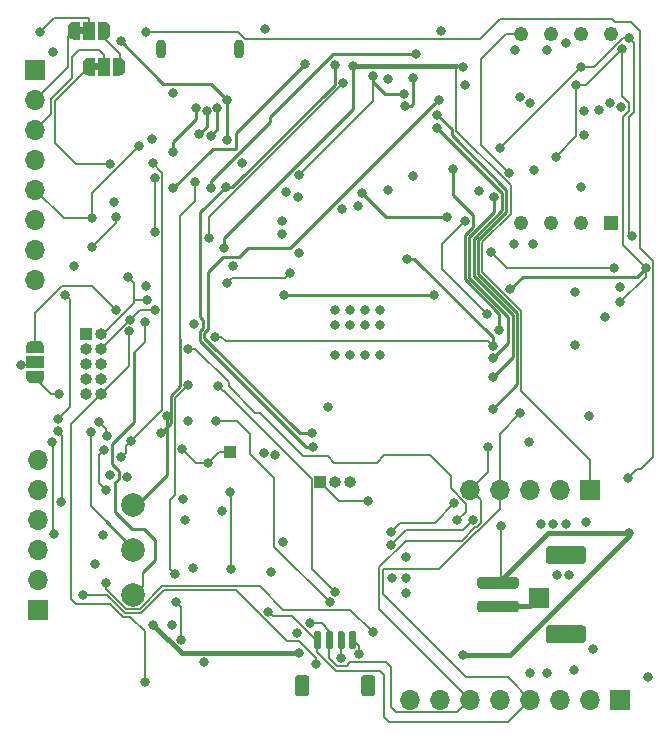
<source format=gbr>
G04 #@! TF.GenerationSoftware,KiCad,Pcbnew,(5.1.6)-1*
G04 #@! TF.CreationDate,2021-05-29T12:10:38-05:00*
G04 #@! TF.ProjectId,SapphineMinimal,53617070-6869-46e6-954d-696e696d616c,rev?*
G04 #@! TF.SameCoordinates,Original*
G04 #@! TF.FileFunction,Copper,L4,Bot*
G04 #@! TF.FilePolarity,Positive*
%FSLAX46Y46*%
G04 Gerber Fmt 4.6, Leading zero omitted, Abs format (unit mm)*
G04 Created by KiCad (PCBNEW (5.1.6)-1) date 2021-05-29 12:10:38*
%MOMM*%
%LPD*%
G01*
G04 APERTURE LIST*
G04 #@! TA.AperFunction,EtchedComponent*
%ADD10C,0.100000*%
G04 #@! TD*
G04 #@! TA.AperFunction,SMDPad,CuDef*
%ADD11R,1.500000X1.000000*%
G04 #@! TD*
G04 #@! TA.AperFunction,SMDPad,CuDef*
%ADD12C,0.100000*%
G04 #@! TD*
G04 #@! TA.AperFunction,ComponentPad*
%ADD13O,1.700000X1.700000*%
G04 #@! TD*
G04 #@! TA.AperFunction,ComponentPad*
%ADD14R,1.700000X1.700000*%
G04 #@! TD*
G04 #@! TA.AperFunction,ComponentPad*
%ADD15C,1.217000*%
G04 #@! TD*
G04 #@! TA.AperFunction,ComponentPad*
%ADD16R,1.217000X1.217000*%
G04 #@! TD*
G04 #@! TA.AperFunction,Conductor*
%ADD17R,1.680000X1.680000*%
G04 #@! TD*
G04 #@! TA.AperFunction,ViaPad*
%ADD18C,0.500000*%
G04 #@! TD*
G04 #@! TA.AperFunction,SMDPad,CuDef*
%ADD19R,1.000000X1.500000*%
G04 #@! TD*
G04 #@! TA.AperFunction,ComponentPad*
%ADD20O,1.000000X1.000000*%
G04 #@! TD*
G04 #@! TA.AperFunction,ComponentPad*
%ADD21R,1.000000X1.000000*%
G04 #@! TD*
G04 #@! TA.AperFunction,SMDPad,CuDef*
%ADD22C,2.000000*%
G04 #@! TD*
G04 #@! TA.AperFunction,ComponentPad*
%ADD23O,0.900000X1.600000*%
G04 #@! TD*
G04 #@! TA.AperFunction,ViaPad*
%ADD24C,0.800000*%
G04 #@! TD*
G04 #@! TA.AperFunction,Conductor*
%ADD25C,0.200660*%
G04 #@! TD*
G04 #@! TA.AperFunction,Conductor*
%ADD26C,0.381000*%
G04 #@! TD*
G04 #@! TA.AperFunction,Conductor*
%ADD27C,0.250000*%
G04 #@! TD*
G04 APERTURE END LIST*
D10*
G36*
X83682000Y-71166000D02*
G01*
X84182000Y-71166000D01*
X84182000Y-70566000D01*
X83682000Y-70566000D01*
X83682000Y-71166000D01*
G37*
G36*
X82412000Y-68118000D02*
G01*
X82912000Y-68118000D01*
X82912000Y-67518000D01*
X82412000Y-67518000D01*
X82412000Y-68118000D01*
G37*
D11*
X78740000Y-95885000D03*
G04 #@! TA.AperFunction,SMDPad,CuDef*
D12*
G36*
X77990602Y-94585000D02*
G01*
X77990602Y-94560466D01*
X77995412Y-94511635D01*
X78004984Y-94463510D01*
X78019228Y-94416555D01*
X78038005Y-94371222D01*
X78061136Y-94327949D01*
X78088396Y-94287150D01*
X78119524Y-94249221D01*
X78154221Y-94214524D01*
X78192150Y-94183396D01*
X78232949Y-94156136D01*
X78276222Y-94133005D01*
X78321555Y-94114228D01*
X78368510Y-94099984D01*
X78416635Y-94090412D01*
X78465466Y-94085602D01*
X78490000Y-94085602D01*
X78490000Y-94085000D01*
X78990000Y-94085000D01*
X78990000Y-94085602D01*
X79014534Y-94085602D01*
X79063365Y-94090412D01*
X79111490Y-94099984D01*
X79158445Y-94114228D01*
X79203778Y-94133005D01*
X79247051Y-94156136D01*
X79287850Y-94183396D01*
X79325779Y-94214524D01*
X79360476Y-94249221D01*
X79391604Y-94287150D01*
X79418864Y-94327949D01*
X79441995Y-94371222D01*
X79460772Y-94416555D01*
X79475016Y-94463510D01*
X79484588Y-94511635D01*
X79489398Y-94560466D01*
X79489398Y-94585000D01*
X79490000Y-94585000D01*
X79490000Y-95135000D01*
X77990000Y-95135000D01*
X77990000Y-94585000D01*
X77990602Y-94585000D01*
G37*
G04 #@! TD.AperFunction*
G04 #@! TA.AperFunction,SMDPad,CuDef*
G36*
X79490000Y-96635000D02*
G01*
X79490000Y-97185000D01*
X79489398Y-97185000D01*
X79489398Y-97209534D01*
X79484588Y-97258365D01*
X79475016Y-97306490D01*
X79460772Y-97353445D01*
X79441995Y-97398778D01*
X79418864Y-97442051D01*
X79391604Y-97482850D01*
X79360476Y-97520779D01*
X79325779Y-97555476D01*
X79287850Y-97586604D01*
X79247051Y-97613864D01*
X79203778Y-97636995D01*
X79158445Y-97655772D01*
X79111490Y-97670016D01*
X79063365Y-97679588D01*
X79014534Y-97684398D01*
X78990000Y-97684398D01*
X78990000Y-97685000D01*
X78490000Y-97685000D01*
X78490000Y-97684398D01*
X78465466Y-97684398D01*
X78416635Y-97679588D01*
X78368510Y-97670016D01*
X78321555Y-97655772D01*
X78276222Y-97636995D01*
X78232949Y-97613864D01*
X78192150Y-97586604D01*
X78154221Y-97555476D01*
X78119524Y-97520779D01*
X78088396Y-97482850D01*
X78061136Y-97442051D01*
X78038005Y-97398778D01*
X78019228Y-97353445D01*
X78004984Y-97306490D01*
X77995412Y-97258365D01*
X77990602Y-97209534D01*
X77990602Y-97185000D01*
X77990000Y-97185000D01*
X77990000Y-96635000D01*
X79490000Y-96635000D01*
G37*
G04 #@! TD.AperFunction*
D13*
X78994000Y-104140000D03*
X78994000Y-106680000D03*
X78994000Y-109220000D03*
X78994000Y-111760000D03*
X78994000Y-114300000D03*
D14*
X78994000Y-116840000D03*
D15*
X127508000Y-68074000D03*
X124968000Y-68074000D03*
X122428000Y-68074000D03*
X119888000Y-68074000D03*
X119888000Y-84074000D03*
X122428000Y-84074000D03*
X124968000Y-84074000D03*
D16*
X127508000Y-84074000D03*
D17*
X121412000Y-115824000D03*
D18*
X122002000Y-116414000D03*
X120822000Y-116414000D03*
X122002000Y-115234000D03*
X120822000Y-115234000D03*
G04 #@! TA.AperFunction,SMDPad,CuDef*
D12*
G36*
X83832000Y-71616000D02*
G01*
X83282000Y-71616000D01*
X83282000Y-71615398D01*
X83257466Y-71615398D01*
X83208635Y-71610588D01*
X83160510Y-71601016D01*
X83113555Y-71586772D01*
X83068222Y-71567995D01*
X83024949Y-71544864D01*
X82984150Y-71517604D01*
X82946221Y-71486476D01*
X82911524Y-71451779D01*
X82880396Y-71413850D01*
X82853136Y-71373051D01*
X82830005Y-71329778D01*
X82811228Y-71284445D01*
X82796984Y-71237490D01*
X82787412Y-71189365D01*
X82782602Y-71140534D01*
X82782602Y-71116000D01*
X82782000Y-71116000D01*
X82782000Y-70616000D01*
X82782602Y-70616000D01*
X82782602Y-70591466D01*
X82787412Y-70542635D01*
X82796984Y-70494510D01*
X82811228Y-70447555D01*
X82830005Y-70402222D01*
X82853136Y-70358949D01*
X82880396Y-70318150D01*
X82911524Y-70280221D01*
X82946221Y-70245524D01*
X82984150Y-70214396D01*
X83024949Y-70187136D01*
X83068222Y-70164005D01*
X83113555Y-70145228D01*
X83160510Y-70130984D01*
X83208635Y-70121412D01*
X83257466Y-70116602D01*
X83282000Y-70116602D01*
X83282000Y-70116000D01*
X83832000Y-70116000D01*
X83832000Y-71616000D01*
G37*
G04 #@! TD.AperFunction*
D19*
X84582000Y-70866000D03*
G04 #@! TA.AperFunction,SMDPad,CuDef*
D12*
G36*
X85882000Y-70116602D02*
G01*
X85906534Y-70116602D01*
X85955365Y-70121412D01*
X86003490Y-70130984D01*
X86050445Y-70145228D01*
X86095778Y-70164005D01*
X86139051Y-70187136D01*
X86179850Y-70214396D01*
X86217779Y-70245524D01*
X86252476Y-70280221D01*
X86283604Y-70318150D01*
X86310864Y-70358949D01*
X86333995Y-70402222D01*
X86352772Y-70447555D01*
X86367016Y-70494510D01*
X86376588Y-70542635D01*
X86381398Y-70591466D01*
X86381398Y-70616000D01*
X86382000Y-70616000D01*
X86382000Y-71116000D01*
X86381398Y-71116000D01*
X86381398Y-71140534D01*
X86376588Y-71189365D01*
X86367016Y-71237490D01*
X86352772Y-71284445D01*
X86333995Y-71329778D01*
X86310864Y-71373051D01*
X86283604Y-71413850D01*
X86252476Y-71451779D01*
X86217779Y-71486476D01*
X86179850Y-71517604D01*
X86139051Y-71544864D01*
X86095778Y-71567995D01*
X86050445Y-71586772D01*
X86003490Y-71601016D01*
X85955365Y-71610588D01*
X85906534Y-71615398D01*
X85882000Y-71615398D01*
X85882000Y-71616000D01*
X85332000Y-71616000D01*
X85332000Y-70116000D01*
X85882000Y-70116000D01*
X85882000Y-70116602D01*
G37*
G04 #@! TD.AperFunction*
D13*
X78740000Y-88900000D03*
X78740000Y-86360000D03*
X78740000Y-83820000D03*
X78740000Y-81280000D03*
X78740000Y-78740000D03*
X78740000Y-76200000D03*
X78740000Y-73660000D03*
D14*
X78740000Y-71120000D03*
D13*
X115570000Y-106680000D03*
X118110000Y-106680000D03*
X120650000Y-106680000D03*
X123190000Y-106680000D03*
D14*
X125730000Y-106680000D03*
G04 #@! TA.AperFunction,SMDPad,CuDef*
D12*
G36*
X82562000Y-68568000D02*
G01*
X82012000Y-68568000D01*
X82012000Y-68567398D01*
X81987466Y-68567398D01*
X81938635Y-68562588D01*
X81890510Y-68553016D01*
X81843555Y-68538772D01*
X81798222Y-68519995D01*
X81754949Y-68496864D01*
X81714150Y-68469604D01*
X81676221Y-68438476D01*
X81641524Y-68403779D01*
X81610396Y-68365850D01*
X81583136Y-68325051D01*
X81560005Y-68281778D01*
X81541228Y-68236445D01*
X81526984Y-68189490D01*
X81517412Y-68141365D01*
X81512602Y-68092534D01*
X81512602Y-68068000D01*
X81512000Y-68068000D01*
X81512000Y-67568000D01*
X81512602Y-67568000D01*
X81512602Y-67543466D01*
X81517412Y-67494635D01*
X81526984Y-67446510D01*
X81541228Y-67399555D01*
X81560005Y-67354222D01*
X81583136Y-67310949D01*
X81610396Y-67270150D01*
X81641524Y-67232221D01*
X81676221Y-67197524D01*
X81714150Y-67166396D01*
X81754949Y-67139136D01*
X81798222Y-67116005D01*
X81843555Y-67097228D01*
X81890510Y-67082984D01*
X81938635Y-67073412D01*
X81987466Y-67068602D01*
X82012000Y-67068602D01*
X82012000Y-67068000D01*
X82562000Y-67068000D01*
X82562000Y-68568000D01*
G37*
G04 #@! TD.AperFunction*
D19*
X83312000Y-67818000D03*
G04 #@! TA.AperFunction,SMDPad,CuDef*
D12*
G36*
X84612000Y-67068602D02*
G01*
X84636534Y-67068602D01*
X84685365Y-67073412D01*
X84733490Y-67082984D01*
X84780445Y-67097228D01*
X84825778Y-67116005D01*
X84869051Y-67139136D01*
X84909850Y-67166396D01*
X84947779Y-67197524D01*
X84982476Y-67232221D01*
X85013604Y-67270150D01*
X85040864Y-67310949D01*
X85063995Y-67354222D01*
X85082772Y-67399555D01*
X85097016Y-67446510D01*
X85106588Y-67494635D01*
X85111398Y-67543466D01*
X85111398Y-67568000D01*
X85112000Y-67568000D01*
X85112000Y-68068000D01*
X85111398Y-68068000D01*
X85111398Y-68092534D01*
X85106588Y-68141365D01*
X85097016Y-68189490D01*
X85082772Y-68236445D01*
X85063995Y-68281778D01*
X85040864Y-68325051D01*
X85013604Y-68365850D01*
X84982476Y-68403779D01*
X84947779Y-68438476D01*
X84909850Y-68469604D01*
X84869051Y-68496864D01*
X84825778Y-68519995D01*
X84780445Y-68538772D01*
X84733490Y-68553016D01*
X84685365Y-68562588D01*
X84636534Y-68567398D01*
X84612000Y-68567398D01*
X84612000Y-68568000D01*
X84062000Y-68568000D01*
X84062000Y-67068000D01*
X84612000Y-67068000D01*
X84612000Y-67068602D01*
G37*
G04 #@! TD.AperFunction*
G04 #@! TA.AperFunction,SMDPad,CuDef*
G36*
G01*
X101940000Y-122636999D02*
X101940000Y-123937001D01*
G75*
G02*
X101690001Y-124187000I-249999J0D01*
G01*
X100989999Y-124187000D01*
G75*
G02*
X100740000Y-123937001I0J249999D01*
G01*
X100740000Y-122636999D01*
G75*
G02*
X100989999Y-122387000I249999J0D01*
G01*
X101690001Y-122387000D01*
G75*
G02*
X101940000Y-122636999I0J-249999D01*
G01*
G37*
G04 #@! TD.AperFunction*
G04 #@! TA.AperFunction,SMDPad,CuDef*
G36*
G01*
X107540000Y-122636999D02*
X107540000Y-123937001D01*
G75*
G02*
X107290001Y-124187000I-249999J0D01*
G01*
X106589999Y-124187000D01*
G75*
G02*
X106340000Y-123937001I0J249999D01*
G01*
X106340000Y-122636999D01*
G75*
G02*
X106589999Y-122387000I249999J0D01*
G01*
X107290001Y-122387000D01*
G75*
G02*
X107540000Y-122636999I0J-249999D01*
G01*
G37*
G04 #@! TD.AperFunction*
G04 #@! TA.AperFunction,SMDPad,CuDef*
G36*
G01*
X102940000Y-118787000D02*
X102940000Y-120037000D01*
G75*
G02*
X102790000Y-120187000I-150000J0D01*
G01*
X102490000Y-120187000D01*
G75*
G02*
X102340000Y-120037000I0J150000D01*
G01*
X102340000Y-118787000D01*
G75*
G02*
X102490000Y-118637000I150000J0D01*
G01*
X102790000Y-118637000D01*
G75*
G02*
X102940000Y-118787000I0J-150000D01*
G01*
G37*
G04 #@! TD.AperFunction*
G04 #@! TA.AperFunction,SMDPad,CuDef*
G36*
G01*
X103940000Y-118787000D02*
X103940000Y-120037000D01*
G75*
G02*
X103790000Y-120187000I-150000J0D01*
G01*
X103490000Y-120187000D01*
G75*
G02*
X103340000Y-120037000I0J150000D01*
G01*
X103340000Y-118787000D01*
G75*
G02*
X103490000Y-118637000I150000J0D01*
G01*
X103790000Y-118637000D01*
G75*
G02*
X103940000Y-118787000I0J-150000D01*
G01*
G37*
G04 #@! TD.AperFunction*
G04 #@! TA.AperFunction,SMDPad,CuDef*
G36*
G01*
X104940000Y-118787000D02*
X104940000Y-120037000D01*
G75*
G02*
X104790000Y-120187000I-150000J0D01*
G01*
X104490000Y-120187000D01*
G75*
G02*
X104340000Y-120037000I0J150000D01*
G01*
X104340000Y-118787000D01*
G75*
G02*
X104490000Y-118637000I150000J0D01*
G01*
X104790000Y-118637000D01*
G75*
G02*
X104940000Y-118787000I0J-150000D01*
G01*
G37*
G04 #@! TD.AperFunction*
G04 #@! TA.AperFunction,SMDPad,CuDef*
G36*
G01*
X105940000Y-118787000D02*
X105940000Y-120037000D01*
G75*
G02*
X105790000Y-120187000I-150000J0D01*
G01*
X105490000Y-120187000D01*
G75*
G02*
X105340000Y-120037000I0J150000D01*
G01*
X105340000Y-118787000D01*
G75*
G02*
X105490000Y-118637000I150000J0D01*
G01*
X105790000Y-118637000D01*
G75*
G02*
X105940000Y-118787000I0J-150000D01*
G01*
G37*
G04 #@! TD.AperFunction*
D20*
X84328000Y-98552000D03*
X83058000Y-98552000D03*
X84328000Y-97282000D03*
X83058000Y-97282000D03*
X84328000Y-96012000D03*
X83058000Y-96012000D03*
X84328000Y-94742000D03*
X83058000Y-94742000D03*
X84328000Y-93472000D03*
D21*
X83058000Y-93472000D03*
D22*
X86995000Y-115570000D03*
D20*
X105410000Y-106045000D03*
X104140000Y-106045000D03*
D21*
X102870000Y-106045000D03*
D23*
X96010000Y-69342000D03*
X89410000Y-69342000D03*
D21*
X95250000Y-103505000D03*
D22*
X86995000Y-107950000D03*
X86995000Y-111760000D03*
D13*
X110490000Y-124460000D03*
X113030000Y-124460000D03*
X115570000Y-124460000D03*
X118110000Y-124460000D03*
X120650000Y-124460000D03*
X123190000Y-124460000D03*
X125730000Y-124460000D03*
D14*
X128270000Y-124460000D03*
G04 #@! TA.AperFunction,SMDPad,CuDef*
G36*
G01*
X122227000Y-118170000D02*
X125127000Y-118170000D01*
G75*
G02*
X125377000Y-118420000I0J-250000D01*
G01*
X125377000Y-119420000D01*
G75*
G02*
X125127000Y-119670000I-250000J0D01*
G01*
X122227000Y-119670000D01*
G75*
G02*
X121977000Y-119420000I0J250000D01*
G01*
X121977000Y-118420000D01*
G75*
G02*
X122227000Y-118170000I250000J0D01*
G01*
G37*
G04 #@! TD.AperFunction*
G04 #@! TA.AperFunction,SMDPad,CuDef*
G36*
G01*
X122227000Y-111470000D02*
X125127000Y-111470000D01*
G75*
G02*
X125377000Y-111720000I0J-250000D01*
G01*
X125377000Y-112720000D01*
G75*
G02*
X125127000Y-112970000I-250000J0D01*
G01*
X122227000Y-112970000D01*
G75*
G02*
X121977000Y-112720000I0J250000D01*
G01*
X121977000Y-111720000D01*
G75*
G02*
X122227000Y-111470000I250000J0D01*
G01*
G37*
G04 #@! TD.AperFunction*
G04 #@! TA.AperFunction,SMDPad,CuDef*
G36*
G01*
X116427000Y-116070000D02*
X119427000Y-116070000D01*
G75*
G02*
X119677000Y-116320000I0J-250000D01*
G01*
X119677000Y-116820000D01*
G75*
G02*
X119427000Y-117070000I-250000J0D01*
G01*
X116427000Y-117070000D01*
G75*
G02*
X116177000Y-116820000I0J250000D01*
G01*
X116177000Y-116320000D01*
G75*
G02*
X116427000Y-116070000I250000J0D01*
G01*
G37*
G04 #@! TD.AperFunction*
G04 #@! TA.AperFunction,SMDPad,CuDef*
G36*
G01*
X116427000Y-114070000D02*
X119427000Y-114070000D01*
G75*
G02*
X119677000Y-114320000I0J-250000D01*
G01*
X119677000Y-114820000D01*
G75*
G02*
X119427000Y-115070000I-250000J0D01*
G01*
X116427000Y-115070000D01*
G75*
G02*
X116177000Y-114820000I0J250000D01*
G01*
X116177000Y-114320000D01*
G75*
G02*
X116427000Y-114070000I250000J0D01*
G01*
G37*
G04 #@! TD.AperFunction*
D24*
X103505000Y-99695000D03*
X98171000Y-67691000D03*
X108585000Y-81280000D03*
X108624148Y-71948106D03*
X119319549Y-85912451D03*
X101092000Y-86614000D03*
X80264000Y-69596000D03*
X106044564Y-82649607D03*
X91694000Y-100838000D03*
X96266000Y-78994000D03*
X79121000Y-67945000D03*
X82042000Y-87757008D03*
X100000182Y-81458182D03*
X88092643Y-89444138D03*
X119380000Y-69469000D03*
X123952000Y-113919000D03*
X125233177Y-74586519D03*
X113081182Y-67815500D03*
X92204500Y-92644000D03*
X88643500Y-77024595D03*
X92075000Y-113345000D03*
X122936000Y-113919000D03*
X123698000Y-109601000D03*
X121539000Y-109601000D03*
X99631500Y-85026500D03*
X99631500Y-83947000D03*
X104140000Y-92710000D03*
X105410000Y-92710000D03*
X106680000Y-92710000D03*
X107950000Y-92710000D03*
X105410000Y-95250000D03*
X106680000Y-95250000D03*
X107950000Y-95250000D03*
X104140000Y-91440000D03*
X105410000Y-91440000D03*
X107950000Y-91440000D03*
X84455000Y-110490000D03*
X85090000Y-105410000D03*
X86541331Y-105606418D03*
X123698000Y-68834000D03*
X90358000Y-118178502D03*
X106680000Y-91440000D03*
X104140000Y-95250004D03*
X122558067Y-109571830D03*
X119761000Y-73406000D03*
X120650000Y-73914000D03*
X106150601Y-120584000D03*
X124460000Y-94436818D03*
X127000000Y-92075000D03*
X124460000Y-89916000D03*
X90435633Y-73079386D03*
X110744000Y-80137000D03*
X100965000Y-81915000D03*
X127400111Y-73906071D03*
X98679000Y-113665000D03*
X100867172Y-118788988D03*
X99083395Y-103725142D03*
X130618660Y-122555000D03*
X122047000Y-122174000D03*
X94580262Y-108524000D03*
X83806025Y-112964000D03*
X125984000Y-120142000D03*
X94996000Y-73660000D03*
X94996000Y-77075000D03*
X85981839Y-68709839D03*
X124968000Y-81026000D03*
X120904000Y-85852000D03*
X104734486Y-82890486D03*
X120964731Y-79634307D03*
X85413612Y-82353388D03*
X95526414Y-87737011D03*
X122047000Y-69469000D03*
X125232517Y-76653985D03*
X104648000Y-120904000D03*
X93071324Y-121313510D03*
X125603000Y-100457000D03*
X99695000Y-111125000D03*
X110109000Y-112395000D03*
X110109000Y-114173000D03*
X108966000Y-114173000D03*
X110109000Y-115443000D03*
X128331660Y-74295000D03*
X98100000Y-103540000D03*
X120650000Y-122176991D03*
X91216296Y-107435537D03*
X91427973Y-109285340D03*
X115090350Y-72422744D03*
X116300593Y-81427198D03*
X124320229Y-121938007D03*
X92634851Y-76591627D03*
X93267519Y-74612515D03*
X90416340Y-78112612D03*
X92385718Y-74326546D03*
X93609637Y-76713059D03*
X94163068Y-74373049D03*
X81280000Y-90170000D03*
X80645000Y-100711000D03*
X86995000Y-115570000D03*
X88044458Y-92470383D03*
X80137000Y-102679500D03*
X80355656Y-110456463D03*
X86995000Y-111760000D03*
X83468191Y-101802729D03*
X80645000Y-101727000D03*
X80891340Y-107721500D03*
X89420146Y-101841862D03*
X106426000Y-81534000D03*
X113592847Y-83573475D03*
X86995000Y-107950000D03*
X92257840Y-80642342D03*
X89923660Y-100435287D03*
X94234000Y-97917000D03*
X104083784Y-115353045D03*
X102489000Y-121475500D03*
X82804000Y-115633500D03*
X107315000Y-118745000D03*
X84769876Y-114561660D03*
X94043500Y-100838000D03*
X103695500Y-116194821D03*
X117474999Y-95536056D03*
X118871370Y-79884177D03*
X117607606Y-81894291D03*
X129032000Y-110363000D03*
X91694000Y-94742000D03*
X118173500Y-109728000D03*
X114483977Y-109290023D03*
X114935000Y-120650000D03*
X102217881Y-101911584D03*
X112902998Y-73660000D03*
X110980594Y-69764749D03*
X93664705Y-81145340D03*
X110029964Y-74177877D03*
X110735799Y-71835333D03*
X118022007Y-93172491D03*
X114109500Y-79502000D03*
X83566000Y-83693000D03*
X87503000Y-77597000D03*
X117475002Y-97154988D03*
X110008316Y-73178099D03*
X112776000Y-76072998D03*
X107333749Y-71619520D03*
X101092000Y-80010000D03*
X88870020Y-80254476D03*
X88870014Y-84836000D03*
X117474990Y-99822000D03*
X112780664Y-74925345D03*
X104775000Y-72263000D03*
X93472000Y-85344000D03*
X104083200Y-70689991D03*
X102241168Y-103059874D03*
X94869001Y-81026000D03*
X101600000Y-70612000D03*
X90416340Y-81179853D03*
X117474992Y-94536045D03*
X110236000Y-87122000D03*
X88011000Y-122936000D03*
X93946271Y-93759728D03*
X86684936Y-93272257D03*
X100330000Y-88355010D03*
X94996000Y-89154000D03*
X88870014Y-91480295D03*
X85598000Y-91440000D03*
X86741000Y-92329000D03*
X88233311Y-90599900D03*
X86614000Y-88646000D03*
X116967000Y-91821000D03*
X115132411Y-83953714D03*
X112522000Y-90170000D03*
X99822000Y-90170000D03*
X95313500Y-113418660D03*
X95235600Y-106867989D03*
X106898994Y-107602199D03*
X93345000Y-104457500D03*
X84582000Y-103314500D03*
X84765912Y-106719390D03*
X91178340Y-103251000D03*
X101092000Y-120523000D03*
X88748784Y-118104842D03*
X77514000Y-96139000D03*
X125349000Y-109410500D03*
X108839000Y-111379000D03*
X115824000Y-109212340D03*
X126492000Y-74549000D03*
X85090000Y-79121000D03*
X83566000Y-86106000D03*
X85598000Y-83566000D03*
X91694000Y-97790000D03*
X90678000Y-116205000D03*
X90551000Y-113792000D03*
X91115508Y-119370371D03*
X120523000Y-102616000D03*
X128270000Y-90805000D03*
X118981133Y-89700578D03*
X117094000Y-103106990D03*
X124532177Y-72455603D03*
X122809000Y-78486000D03*
X130429000Y-87884000D03*
X101981000Y-117983000D03*
X128442225Y-69372040D03*
X127762000Y-87883996D03*
X128270000Y-89535000D03*
X119822660Y-100231145D03*
X118110000Y-77724000D03*
X124968000Y-70866000D03*
X129032000Y-68453000D03*
X98467098Y-117001486D03*
X129286000Y-85217000D03*
X117340340Y-86525445D03*
X88138000Y-67945000D03*
X128905000Y-105664000D03*
X108839000Y-110236000D03*
X114234917Y-107790868D03*
X105664000Y-70829010D03*
X94742016Y-86233000D03*
X88678625Y-79031781D03*
X114935000Y-70866000D03*
X86042500Y-103941840D03*
X80772000Y-98552000D03*
X86841248Y-102589248D03*
X84836000Y-102108000D03*
X84145360Y-100988906D03*
D25*
X80299000Y-66767000D02*
X79121000Y-67945000D01*
X83211660Y-66767000D02*
X80299000Y-66767000D01*
X83312000Y-67818000D02*
X83312000Y-66867340D01*
X83312000Y-66867340D02*
X83211660Y-66767000D01*
D26*
X120666000Y-116570000D02*
X121412000Y-115824000D01*
X117927000Y-116570000D02*
X120666000Y-116570000D01*
D25*
X105640000Y-119412000D02*
X106150601Y-119922601D01*
X106150601Y-119922601D02*
X106150601Y-120584000D01*
D27*
X94996000Y-73660000D02*
X94996000Y-77075000D01*
X94996000Y-73660000D02*
X93635339Y-72299339D01*
X89571339Y-72299339D02*
X85981839Y-68709839D01*
X93635339Y-72299339D02*
X89571339Y-72299339D01*
D25*
X104640000Y-119412000D02*
X104640000Y-120896000D01*
X104640000Y-120896000D02*
X104648000Y-120904000D01*
D27*
X89283000Y-69215000D02*
X89410000Y-69342000D01*
X93267519Y-75958959D02*
X93267519Y-74612515D01*
X92634851Y-76591627D02*
X93267519Y-75958959D01*
X90416340Y-78112612D02*
X90416340Y-77236519D01*
X92385718Y-75267141D02*
X92385718Y-74326546D01*
X90416340Y-77236519D02*
X92385718Y-75267141D01*
X93609637Y-76713059D02*
X94163068Y-76159628D01*
X94163068Y-76159628D02*
X94163068Y-74373049D01*
D25*
X87122000Y-115570000D02*
X87122000Y-115570000D01*
X87876614Y-114815388D02*
X87122002Y-115570000D01*
X87876614Y-113665000D02*
X87876614Y-114815388D01*
X88044458Y-94198212D02*
X87122000Y-95120670D01*
X88044458Y-92470383D02*
X88044458Y-94198212D01*
X81280000Y-90170000D02*
X81679999Y-90569999D01*
X81679999Y-99676001D02*
X80645000Y-100711000D01*
X81679999Y-90569999D02*
X81679999Y-99676001D01*
D27*
X87944401Y-109984988D02*
X88897012Y-110937599D01*
X85508332Y-108551334D02*
X86941986Y-109984988D01*
X85815661Y-105061682D02*
X85815661Y-105758318D01*
X88897012Y-112644602D02*
X87876614Y-113665000D01*
X88897012Y-110937599D02*
X88897012Y-112644602D01*
X85508332Y-106065647D02*
X85508332Y-108551334D01*
X85234001Y-102801963D02*
X85234001Y-104480022D01*
X86941986Y-109984988D02*
X87944401Y-109984988D01*
X85815661Y-105758318D02*
X85508332Y-106065647D01*
X87122000Y-95120670D02*
X87122000Y-100913964D01*
X87122000Y-100913964D02*
X85234001Y-102801963D01*
X85234001Y-104480022D02*
X85815661Y-105061682D01*
D25*
X80137000Y-102679500D02*
X80264000Y-102806500D01*
X80264000Y-110364807D02*
X80355656Y-110456463D01*
X80264000Y-102806500D02*
X80264000Y-110364807D01*
D27*
X87122000Y-111760000D02*
X87122000Y-111760000D01*
X87122000Y-111760000D02*
X84702609Y-109340609D01*
D25*
X86995000Y-111633000D02*
X87122000Y-111760000D01*
X87122000Y-111760000D02*
X83468191Y-108106191D01*
X83468191Y-102368414D02*
X83468191Y-101802729D01*
X83468191Y-108106191D02*
X83468191Y-102368414D01*
X81044999Y-102126999D02*
X81044999Y-107567841D01*
X81044999Y-107567841D02*
X80891340Y-107721500D01*
X80645000Y-101727000D02*
X81044999Y-102126999D01*
D27*
X87122000Y-108204000D02*
X87122000Y-108204000D01*
X108465475Y-83573475D02*
X113592847Y-83573475D01*
X106426000Y-81534000D02*
X108465475Y-83573475D01*
D25*
X91040001Y-83484498D02*
X92257840Y-82266659D01*
X92257840Y-82266659D02*
X92257840Y-80642342D01*
X91040001Y-93891980D02*
X91040001Y-83484498D01*
D27*
X91040001Y-93891980D02*
X91040001Y-97945715D01*
X89923660Y-105402340D02*
X89923660Y-101000972D01*
X90198659Y-101063349D02*
X89420146Y-101841862D01*
X91040001Y-97945715D02*
X90198659Y-98787056D01*
X87122000Y-108204000D02*
X89923660Y-105402340D01*
X89923660Y-101000972D02*
X89923660Y-100435287D01*
X90198659Y-98787056D02*
X90198659Y-101063349D01*
D25*
X94703924Y-98316999D02*
X102142669Y-105755744D01*
X102142669Y-105755744D02*
X102142669Y-113411930D01*
X102142669Y-113411930D02*
X104083784Y-115353045D01*
X94633999Y-98316999D02*
X94703924Y-98316999D01*
X94234000Y-97917000D02*
X94633999Y-98316999D01*
X100027139Y-119489979D02*
X95726160Y-115189000D01*
X89655847Y-115189000D02*
X87719845Y-117125002D01*
X102489000Y-121475500D02*
X102489000Y-120909815D01*
X86304137Y-117125001D02*
X84812636Y-115633500D01*
X95726160Y-115189000D02*
X89655847Y-115189000D01*
X87719845Y-117125002D02*
X86304137Y-117125001D01*
X101069164Y-119489979D02*
X100027139Y-119489979D01*
X84812636Y-115633500D02*
X82804000Y-115633500D01*
X102489000Y-120909815D02*
X101069164Y-119489979D01*
X86439862Y-116797331D02*
X84769876Y-115127345D01*
X84769876Y-115127345D02*
X84769876Y-114561660D01*
X87584120Y-116797331D02*
X86439862Y-116797331D01*
X105399829Y-116829829D02*
X99740388Y-116829829D01*
X89520121Y-114861330D02*
X87584120Y-116797331D01*
X97771889Y-114861330D02*
X89520121Y-114861330D01*
X99740388Y-116829829D02*
X97771889Y-114861330D01*
X107315000Y-118745000D02*
X105399829Y-116829829D01*
X95798000Y-100838000D02*
X94043500Y-100838000D01*
X98994669Y-105734669D02*
X96900000Y-103640000D01*
X103695500Y-116194821D02*
X98994669Y-111493990D01*
X96900000Y-103640000D02*
X96900000Y-101940000D01*
X98994669Y-111493990D02*
X98994669Y-105734669D01*
X96900000Y-101940000D02*
X95798000Y-100838000D01*
X118616000Y-68074000D02*
X116459000Y-70231000D01*
X116459000Y-70231000D02*
X116459000Y-77471807D01*
X116459000Y-77471807D02*
X118871370Y-79884177D01*
X119888000Y-68074000D02*
X118616000Y-68074000D01*
D27*
X118781637Y-94229418D02*
X118781637Y-92025270D01*
X117474999Y-95536056D02*
X118781637Y-94229418D01*
X117607606Y-83138764D02*
X117607606Y-81894291D01*
X115479637Y-85266733D02*
X117607606Y-83138764D01*
X115479637Y-88723270D02*
X115479637Y-85266733D01*
X118781637Y-92025270D02*
X115479637Y-88723270D01*
D25*
X118173500Y-114323500D02*
X117927000Y-114570000D01*
X118173500Y-109728000D02*
X118173500Y-114323500D01*
D26*
X117927000Y-114570000D02*
X122134000Y-110363000D01*
X129002839Y-110392161D02*
X129032000Y-110363000D01*
X123318242Y-110392161D02*
X129002839Y-110392161D01*
X123289081Y-110363000D02*
X123318242Y-110392161D01*
X122134000Y-110363000D02*
X123289081Y-110363000D01*
D25*
X115236122Y-107882270D02*
X115236122Y-108537878D01*
X112141000Y-103759000D02*
X113919000Y-105537000D01*
X113919000Y-105537000D02*
X113919000Y-106565148D01*
X95115331Y-97935039D02*
X97362951Y-100182659D01*
X91694000Y-94742000D02*
X92259685Y-94742000D01*
X97362951Y-100182659D02*
X97743952Y-100182660D01*
X103511210Y-103828710D02*
X104076500Y-104394000D01*
X115236122Y-108537878D02*
X114483977Y-109290023D01*
X95115331Y-97597646D02*
X95115331Y-97935039D01*
X104076500Y-104394000D02*
X107653211Y-104394000D01*
X92259685Y-94742000D02*
X95115331Y-97597646D01*
X113919000Y-106565148D02*
X115236122Y-107882270D01*
X97743952Y-100182660D02*
X101390002Y-103828710D01*
X108288211Y-103759000D02*
X112141000Y-103759000D01*
X101390002Y-103828710D02*
X103511210Y-103828710D01*
X107653211Y-104394000D02*
X108288211Y-103759000D01*
D26*
X129032000Y-110588090D02*
X129032000Y-110363000D01*
X118970090Y-120650000D02*
X129032000Y-110588090D01*
X114935000Y-120650000D02*
X118970090Y-120650000D01*
D27*
X93073999Y-93809539D02*
X93073999Y-93447726D01*
X101176044Y-101911584D02*
X93073999Y-93809539D01*
X102217881Y-101911584D02*
X101176044Y-101911584D01*
X93073999Y-93447726D02*
X93414011Y-93107714D01*
X112502999Y-74059999D02*
X112902998Y-73660000D01*
X94639959Y-87012001D02*
X96029001Y-87012001D01*
X96029001Y-87012001D02*
X96791001Y-86250001D01*
X100312997Y-86250001D02*
X112502999Y-74059999D01*
X96791001Y-86250001D02*
X100312997Y-86250001D01*
X93414011Y-93107714D02*
X93414011Y-88237949D01*
X93414011Y-88237949D02*
X94639959Y-87012001D01*
X98595295Y-75590726D02*
X93664705Y-80521316D01*
X93664705Y-80521316D02*
X93664705Y-81145340D01*
X98595295Y-75140705D02*
X98595295Y-75590726D01*
X110980594Y-69764749D02*
X103971251Y-69764749D01*
X103971251Y-69764749D02*
X98595295Y-75140705D01*
X110595649Y-74177877D02*
X110029964Y-74177877D01*
X110735799Y-71835333D02*
X110735799Y-74037727D01*
X110735799Y-74037727D02*
X110595649Y-74177877D01*
D25*
X78740000Y-81280000D02*
X81153000Y-83693000D01*
X81153000Y-83693000D02*
X83566000Y-83693000D01*
X83566000Y-83693000D02*
X83566000Y-81534000D01*
X83566000Y-81534000D02*
X87503000Y-77597000D01*
D27*
X114109500Y-81747836D02*
X114109500Y-79502000D01*
X118022007Y-93172491D02*
X118022007Y-91798813D01*
X115784421Y-83422757D02*
X114109500Y-81747836D01*
X118022007Y-91798813D02*
X115102626Y-88879433D01*
X115784421Y-84428774D02*
X115784421Y-83422757D01*
X115102626Y-85110567D02*
X115784421Y-84428774D01*
X115102626Y-88879433D02*
X115102626Y-85110567D01*
X110008316Y-73178099D02*
X108326643Y-73178099D01*
X107333749Y-72185205D02*
X107333749Y-71619520D01*
X108326643Y-73178099D02*
X107333749Y-72185205D01*
D25*
X107333749Y-71619520D02*
X107333749Y-73768251D01*
X107333749Y-73768251D02*
X101092000Y-80010000D01*
X88870020Y-80254476D02*
X88870020Y-84835994D01*
X88870020Y-84835994D02*
X88870014Y-84836000D01*
D27*
X119158648Y-91869107D02*
X115856648Y-88567107D01*
X118259616Y-81556614D02*
X112776000Y-76072998D01*
X118259616Y-83019927D02*
X118259616Y-81556614D01*
X117475002Y-97154988D02*
X119158648Y-95471342D01*
X115856648Y-85422893D02*
X118259616Y-83019927D01*
X115856648Y-88567107D02*
X115856648Y-85422893D01*
X119158648Y-95471342D02*
X119158648Y-91869107D01*
D25*
X104775000Y-72263000D02*
X93472000Y-83566000D01*
X93472000Y-83566000D02*
X93472000Y-85344000D01*
D27*
X119535659Y-91712945D02*
X116233659Y-88410944D01*
X119535659Y-97761331D02*
X119535659Y-91712945D01*
X116233659Y-85579056D02*
X118636627Y-83176089D01*
X118636627Y-83176089D02*
X118636627Y-81288912D01*
X118636627Y-81288912D02*
X114037669Y-76689954D01*
X114037669Y-76689954D02*
X114037669Y-76182350D01*
X116233659Y-88410944D02*
X116233659Y-85579056D01*
X114037669Y-76182350D02*
X112780664Y-74925345D01*
X117474990Y-99822000D02*
X119535659Y-97761331D01*
X92696988Y-94081379D02*
X92696988Y-93225491D01*
X92696988Y-92062509D02*
X92696988Y-83198013D01*
X92696988Y-83198013D02*
X94869001Y-81026000D01*
X104083200Y-70689991D02*
X104083200Y-72384083D01*
X92696988Y-93225491D02*
X92930161Y-92992318D01*
X92930161Y-92992318D02*
X92930161Y-92295682D01*
X104083200Y-72384083D02*
X95441283Y-81026000D01*
X95441283Y-81026000D02*
X94869001Y-81026000D01*
X92930161Y-92295682D02*
X92696988Y-92062509D01*
X102241168Y-103059874D02*
X101675483Y-103059874D01*
X101675483Y-103059874D02*
X92696988Y-94081379D01*
X93777865Y-77818328D02*
X90416340Y-81179853D01*
X95731282Y-76480718D02*
X95731282Y-77818328D01*
X95731282Y-77818328D02*
X93777865Y-77818328D01*
X101600000Y-70612000D02*
X95731282Y-76480718D01*
X110801685Y-87122000D02*
X110236000Y-87122000D01*
X117474992Y-94536045D02*
X117474992Y-93795307D01*
X117474992Y-93795307D02*
X110801685Y-87122000D01*
D25*
X88011000Y-122370315D02*
X88011000Y-122936000D01*
X86168413Y-117452671D02*
X86782172Y-117452672D01*
X86782172Y-117452672D02*
X88011000Y-118681500D01*
X85047740Y-116332000D02*
X86168413Y-117452671D01*
X84328000Y-98552000D02*
X81795668Y-101084332D01*
X81795668Y-101084332D02*
X81795668Y-115934620D01*
X81795668Y-115934620D02*
X82193048Y-116332000D01*
X82193048Y-116332000D02*
X85047740Y-116332000D01*
X88011000Y-118681500D02*
X88011000Y-122370315D01*
X94511956Y-93759728D02*
X93946271Y-93759728D01*
X117074993Y-94136046D02*
X94888274Y-94136046D01*
X94888274Y-94136046D02*
X94511956Y-93759728D01*
X117474992Y-94536045D02*
X117074993Y-94136046D01*
X84328000Y-98552000D02*
X86684936Y-96195064D01*
X86684936Y-96195064D02*
X86684936Y-93272257D01*
X95394991Y-88755009D02*
X94996000Y-89154000D01*
X100330000Y-88355010D02*
X99930001Y-88755009D01*
X99930001Y-88755009D02*
X95394991Y-88755009D01*
X78740000Y-94585000D02*
X78740000Y-91694000D01*
X78740000Y-91694000D02*
X81026000Y-89408000D01*
X81026000Y-89408000D02*
X83566000Y-89408000D01*
X83566000Y-89408000D02*
X85598000Y-91440000D01*
X84328000Y-94742000D02*
X87589705Y-91480295D01*
X87589705Y-91480295D02*
X88870014Y-91480295D01*
X87154129Y-90645871D02*
X88187340Y-90645871D01*
X88187340Y-90645871D02*
X88233311Y-90599900D01*
X87122000Y-89154000D02*
X87122000Y-90678000D01*
X86614000Y-88646000D02*
X87122000Y-89154000D01*
X87122000Y-90678000D02*
X87154129Y-90645871D01*
X84328000Y-93472000D02*
X84494452Y-93472000D01*
X87122000Y-90844452D02*
X87122000Y-90678000D01*
X84494452Y-93472000D02*
X87122000Y-90844452D01*
X113168117Y-88022117D02*
X113168117Y-85918008D01*
X113168117Y-85918008D02*
X115132411Y-83953714D01*
X116967000Y-91821000D02*
X113168117Y-88022117D01*
D27*
X112522000Y-90170000D02*
X99822000Y-90170000D01*
D25*
X95313500Y-113418660D02*
X95313500Y-106945889D01*
X95313500Y-106945889D02*
X95235600Y-106867989D01*
X102870000Y-106045000D02*
X104427199Y-107602199D01*
X104427199Y-107602199D02*
X106898994Y-107602199D01*
X94297500Y-103505000D02*
X95250000Y-103505000D01*
X93345000Y-104457500D02*
X94297500Y-103505000D01*
X84182001Y-106135479D02*
X84765912Y-106719390D01*
X84182001Y-103714499D02*
X84182001Y-106135479D01*
X84582000Y-103314500D02*
X84182001Y-103714499D01*
X93345000Y-104457500D02*
X92384840Y-104457500D01*
X92384840Y-104457500D02*
X91178340Y-103251000D01*
D26*
X101092000Y-120523000D02*
X91166942Y-120523000D01*
X91166942Y-120523000D02*
X88748784Y-118104842D01*
D25*
X78486000Y-96139000D02*
X78740000Y-95885000D01*
X77514000Y-96139000D02*
X78486000Y-96139000D01*
X108839000Y-111379000D02*
X110109000Y-110109000D01*
X110109000Y-110109000D02*
X114927340Y-110109000D01*
X114927340Y-110109000D02*
X115824000Y-109212340D01*
X82423000Y-69469000D02*
X84135660Y-69469000D01*
X78740000Y-76200000D02*
X80063330Y-74876670D01*
X80063330Y-74876670D02*
X80063330Y-73621274D01*
X84135660Y-69469000D02*
X84582000Y-69915340D01*
X84582000Y-69915340D02*
X84582000Y-70866000D01*
X81871264Y-70020736D02*
X82423000Y-69469000D01*
X81871264Y-71813340D02*
X81871264Y-70020736D01*
X80063330Y-73621274D02*
X81871264Y-71813340D01*
X81543593Y-70856407D02*
X78740000Y-73660000D01*
X82012000Y-67818000D02*
X81543593Y-68286407D01*
X81543593Y-68286407D02*
X81543593Y-70856407D01*
X85882000Y-69835592D02*
X85882000Y-70866000D01*
X84612000Y-68565592D02*
X85882000Y-69835592D01*
X84612000Y-67818000D02*
X84612000Y-68565592D01*
X85090000Y-79121000D02*
X82169000Y-79121000D01*
X82169000Y-79121000D02*
X80391000Y-77343000D01*
X80391000Y-73757000D02*
X83282000Y-70866000D01*
X80391000Y-77343000D02*
X80391000Y-73757000D01*
X85598000Y-84074000D02*
X85598000Y-83566000D01*
X83566000Y-86106000D02*
X85598000Y-84074000D01*
X91115508Y-116642508D02*
X91115508Y-119370371D01*
X90678000Y-116205000D02*
X91115508Y-116642508D01*
X91694000Y-97790000D02*
X90551000Y-98933000D01*
X90151001Y-113392001D02*
X90551000Y-113792000D01*
X90151001Y-107556335D02*
X90151001Y-113392001D01*
X90551000Y-107156336D02*
X90151001Y-107556335D01*
X90551000Y-98933000D02*
X90551000Y-107156336D01*
X117094000Y-105156000D02*
X117094000Y-103106990D01*
X115570000Y-106680000D02*
X117094000Y-105156000D01*
X124532177Y-76762823D02*
X122809000Y-78486000D01*
X124532177Y-72455603D02*
X124532177Y-76762823D01*
X103640000Y-119412000D02*
X103640000Y-120932492D01*
X105111160Y-121604332D02*
X105342493Y-121372999D01*
X104311840Y-121604332D02*
X105111160Y-121604332D01*
X103640000Y-120932492D02*
X104311840Y-121604332D01*
X114492669Y-125537331D02*
X109281331Y-125537331D01*
X115570000Y-124460000D02*
X114492669Y-125537331D01*
X109281331Y-125537331D02*
X108839000Y-125095000D01*
X108839000Y-125095000D02*
X108839000Y-121666000D01*
X108839000Y-121666000D02*
X108458000Y-121285000D01*
X108458000Y-121285000D02*
X105410000Y-121285000D01*
X105410000Y-121305492D02*
X105111160Y-121604332D01*
X105410000Y-121285000D02*
X105410000Y-121305492D01*
X130429000Y-88646000D02*
X130429000Y-87884000D01*
D27*
X129667000Y-88646000D02*
X130429000Y-87884000D01*
X120035711Y-88646000D02*
X129667000Y-88646000D01*
X118981133Y-89700578D02*
X120035711Y-88646000D01*
D25*
X130563660Y-87884000D02*
X130429000Y-87884000D01*
X128270000Y-90805000D02*
X130429000Y-88646000D01*
X103640000Y-118637000D02*
X102986000Y-117983000D01*
X102986000Y-117983000D02*
X101981000Y-117983000D01*
X103640000Y-119412000D02*
X103640000Y-118637000D01*
X129031991Y-73958840D02*
X128442225Y-73369074D01*
X129031991Y-74631160D02*
X129031991Y-73958840D01*
X128511998Y-85966998D02*
X128511998Y-75151153D01*
X130429000Y-87884000D02*
X128511998Y-85966998D01*
X125358662Y-72455603D02*
X128442225Y-69372040D01*
X128511998Y-75151153D02*
X129031991Y-74631160D01*
X124532177Y-72455603D02*
X125358662Y-72455603D01*
X128442225Y-73369074D02*
X128442225Y-69372040D01*
X116005780Y-109839672D02*
X114847452Y-110998000D01*
X114847452Y-110998000D02*
X110148451Y-110998000D01*
X110148451Y-110998000D02*
X107876329Y-113270122D01*
X107876329Y-113270122D02*
X107876329Y-116766329D01*
X114720001Y-123610001D02*
X115570000Y-124460000D01*
X116451332Y-107561332D02*
X116451332Y-109513460D01*
X107876329Y-116766329D02*
X114720001Y-123610001D01*
X116125120Y-109839672D02*
X116005780Y-109839672D01*
X116451332Y-109513460D02*
X116125120Y-109839672D01*
X115570000Y-106680000D02*
X116451332Y-107561332D01*
X127432925Y-87883996D02*
X127762000Y-87883996D01*
X118110000Y-106680000D02*
X118110000Y-101943805D01*
X118110000Y-101943805D02*
X119822660Y-100231145D01*
X124968000Y-70866000D02*
X118110000Y-77724000D01*
X119800001Y-125309999D02*
X120650000Y-124460000D01*
X118745000Y-126365000D02*
X119800001Y-125309999D01*
X108712000Y-126365000D02*
X118745000Y-126365000D01*
X108277671Y-125930671D02*
X108712000Y-126365000D01*
X102640000Y-119412000D02*
X102640000Y-120395888D01*
X108277671Y-122374671D02*
X108277671Y-125930671D01*
X102640000Y-120395888D02*
X104237783Y-121993671D01*
X104237783Y-121993671D02*
X107896671Y-121993671D01*
X107896671Y-121993671D02*
X108277671Y-122374671D01*
X100471033Y-117401485D02*
X98867097Y-117401485D01*
X102481548Y-119412000D02*
X100471033Y-117401485D01*
X98867097Y-117401485D02*
X98467098Y-117001486D01*
X102640000Y-119412000D02*
X102481548Y-119412000D01*
X129032000Y-84963000D02*
X129286000Y-85217000D01*
X129431999Y-68852999D02*
X129431999Y-74694548D01*
X129032000Y-68453000D02*
X129431999Y-68852999D01*
X124968000Y-70866000D02*
X126061071Y-70866000D01*
X128474071Y-68453000D02*
X129032000Y-68453000D01*
X129032000Y-75094547D02*
X129032000Y-84963000D01*
X129431999Y-74694548D02*
X129032000Y-75094547D01*
X126061071Y-70866000D02*
X128474071Y-68453000D01*
X115248492Y-122555000D02*
X118745000Y-122555000D01*
X116260845Y-110167343D02*
X116141505Y-110167343D01*
X116141505Y-110167343D02*
X112903001Y-113405847D01*
X108204000Y-113405847D02*
X108204000Y-115510508D01*
X112903001Y-113405847D02*
X108204000Y-113405847D01*
X118110000Y-106680000D02*
X118110000Y-108318188D01*
X108204000Y-115510508D02*
X115248492Y-122555000D01*
X118745000Y-122555000D02*
X120650000Y-124460000D01*
X118110000Y-108318188D02*
X116260845Y-110167343D01*
X127762000Y-87883996D02*
X118698891Y-87883996D01*
X118698891Y-87883996D02*
X117340340Y-86525445D01*
X96492403Y-68516500D02*
X116395500Y-68516500D01*
X129984500Y-86247721D02*
X131064000Y-87327221D01*
X127581071Y-66802000D02*
X127835071Y-67056000D01*
X127835071Y-67056000D02*
X129159000Y-67056000D01*
X95920903Y-67945000D02*
X96492403Y-68516500D01*
X129984500Y-67881500D02*
X129984500Y-86247721D01*
X129159000Y-67056000D02*
X129984500Y-67881500D01*
X116395500Y-68516500D02*
X118110000Y-66802000D01*
X88138000Y-67945000D02*
X95920903Y-67945000D01*
X118110000Y-66802000D02*
X127581071Y-66802000D01*
X128905000Y-105664000D02*
X129667000Y-104902000D01*
X129667000Y-104902000D02*
X130048000Y-104902000D01*
X131064000Y-103886000D02*
X131064000Y-103505000D01*
X130048000Y-104902000D02*
X131064000Y-103886000D01*
X131064000Y-87327221D02*
X131064000Y-103505000D01*
X131064000Y-103505000D02*
X131064000Y-103695500D01*
X109599195Y-109475805D02*
X112549980Y-109475805D01*
X108839000Y-110236000D02*
X109599195Y-109475805D01*
X112549980Y-109475805D02*
X114234917Y-107790868D01*
D27*
X105647874Y-70812884D02*
X105664000Y-70829010D01*
X105572886Y-70812884D02*
X105647874Y-70812884D01*
D26*
X105664000Y-70829010D02*
X114390010Y-70829010D01*
D27*
X105664000Y-74491315D02*
X94742016Y-85413299D01*
X94742016Y-85413299D02*
X94742016Y-86233000D01*
X105664000Y-70829010D02*
X105664000Y-74491315D01*
D25*
X114898010Y-70829010D02*
X114390010Y-70829010D01*
X114935000Y-70866000D02*
X114898010Y-70829010D01*
X88678625Y-79031781D02*
X89497354Y-79850510D01*
X86442499Y-103541841D02*
X86042500Y-103941840D01*
X89497354Y-99933142D02*
X86841248Y-102589248D01*
X86442499Y-102987997D02*
X86442499Y-103541841D01*
X89497354Y-79850510D02*
X89497354Y-99933142D01*
X78740000Y-97185000D02*
X80107000Y-98552000D01*
X80107000Y-98552000D02*
X80772000Y-98552000D01*
X86841248Y-102589248D02*
X86442499Y-102987997D01*
X84709000Y-102235000D02*
X84836000Y-102108000D01*
X84709000Y-101552546D02*
X84145360Y-100988906D01*
X84709000Y-102235000D02*
X84709000Y-101552546D01*
X114390010Y-70829010D02*
X114390010Y-76290010D01*
X118988968Y-80888968D02*
X118988968Y-83322032D01*
X114390010Y-76290010D02*
X118988968Y-80888968D01*
X118988968Y-83322032D02*
X116586000Y-85725000D01*
X116586000Y-85725000D02*
X116586000Y-88265002D01*
X116586000Y-88265002D02*
X119888000Y-91567002D01*
X119888000Y-91567002D02*
X119888000Y-98298000D01*
X125730000Y-104140000D02*
X125730000Y-106680000D01*
X119888000Y-98298000D02*
X125730000Y-104140000D01*
M02*

</source>
